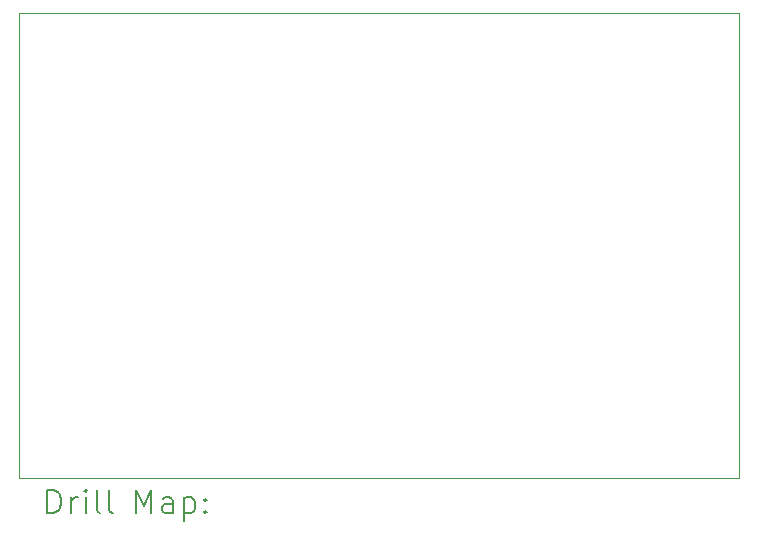
<source format=gbr>
%TF.GenerationSoftware,KiCad,Pcbnew,(7.0.0)*%
%TF.CreationDate,2023-03-31T02:04:25+02:00*%
%TF.ProjectId,HM-PlateauUtilisateur,484d2d50-6c61-4746-9561-755574696c69,rev?*%
%TF.SameCoordinates,Original*%
%TF.FileFunction,Drillmap*%
%TF.FilePolarity,Positive*%
%FSLAX45Y45*%
G04 Gerber Fmt 4.5, Leading zero omitted, Abs format (unit mm)*
G04 Created by KiCad (PCBNEW (7.0.0)) date 2023-03-31 02:04:25*
%MOMM*%
%LPD*%
G01*
G04 APERTURE LIST*
%ADD10C,0.100000*%
%ADD11C,0.200000*%
G04 APERTURE END LIST*
D10*
X11430000Y-6096000D02*
X17526000Y-6096000D01*
X17526000Y-6096000D02*
X17526000Y-10033000D01*
X17526000Y-10033000D02*
X11430000Y-10033000D01*
X11430000Y-10033000D02*
X11430000Y-6096000D01*
D11*
X11672619Y-10331476D02*
X11672619Y-10131476D01*
X11672619Y-10131476D02*
X11720238Y-10131476D01*
X11720238Y-10131476D02*
X11748809Y-10141000D01*
X11748809Y-10141000D02*
X11767857Y-10160048D01*
X11767857Y-10160048D02*
X11777381Y-10179095D01*
X11777381Y-10179095D02*
X11786905Y-10217190D01*
X11786905Y-10217190D02*
X11786905Y-10245762D01*
X11786905Y-10245762D02*
X11777381Y-10283857D01*
X11777381Y-10283857D02*
X11767857Y-10302905D01*
X11767857Y-10302905D02*
X11748809Y-10321952D01*
X11748809Y-10321952D02*
X11720238Y-10331476D01*
X11720238Y-10331476D02*
X11672619Y-10331476D01*
X11872619Y-10331476D02*
X11872619Y-10198143D01*
X11872619Y-10236238D02*
X11882143Y-10217190D01*
X11882143Y-10217190D02*
X11891667Y-10207667D01*
X11891667Y-10207667D02*
X11910714Y-10198143D01*
X11910714Y-10198143D02*
X11929762Y-10198143D01*
X11996428Y-10331476D02*
X11996428Y-10198143D01*
X11996428Y-10131476D02*
X11986905Y-10141000D01*
X11986905Y-10141000D02*
X11996428Y-10150524D01*
X11996428Y-10150524D02*
X12005952Y-10141000D01*
X12005952Y-10141000D02*
X11996428Y-10131476D01*
X11996428Y-10131476D02*
X11996428Y-10150524D01*
X12120238Y-10331476D02*
X12101190Y-10321952D01*
X12101190Y-10321952D02*
X12091667Y-10302905D01*
X12091667Y-10302905D02*
X12091667Y-10131476D01*
X12225000Y-10331476D02*
X12205952Y-10321952D01*
X12205952Y-10321952D02*
X12196428Y-10302905D01*
X12196428Y-10302905D02*
X12196428Y-10131476D01*
X12421190Y-10331476D02*
X12421190Y-10131476D01*
X12421190Y-10131476D02*
X12487857Y-10274333D01*
X12487857Y-10274333D02*
X12554524Y-10131476D01*
X12554524Y-10131476D02*
X12554524Y-10331476D01*
X12735476Y-10331476D02*
X12735476Y-10226714D01*
X12735476Y-10226714D02*
X12725952Y-10207667D01*
X12725952Y-10207667D02*
X12706905Y-10198143D01*
X12706905Y-10198143D02*
X12668809Y-10198143D01*
X12668809Y-10198143D02*
X12649762Y-10207667D01*
X12735476Y-10321952D02*
X12716428Y-10331476D01*
X12716428Y-10331476D02*
X12668809Y-10331476D01*
X12668809Y-10331476D02*
X12649762Y-10321952D01*
X12649762Y-10321952D02*
X12640238Y-10302905D01*
X12640238Y-10302905D02*
X12640238Y-10283857D01*
X12640238Y-10283857D02*
X12649762Y-10264810D01*
X12649762Y-10264810D02*
X12668809Y-10255286D01*
X12668809Y-10255286D02*
X12716428Y-10255286D01*
X12716428Y-10255286D02*
X12735476Y-10245762D01*
X12830714Y-10198143D02*
X12830714Y-10398143D01*
X12830714Y-10207667D02*
X12849762Y-10198143D01*
X12849762Y-10198143D02*
X12887857Y-10198143D01*
X12887857Y-10198143D02*
X12906905Y-10207667D01*
X12906905Y-10207667D02*
X12916428Y-10217190D01*
X12916428Y-10217190D02*
X12925952Y-10236238D01*
X12925952Y-10236238D02*
X12925952Y-10293381D01*
X12925952Y-10293381D02*
X12916428Y-10312429D01*
X12916428Y-10312429D02*
X12906905Y-10321952D01*
X12906905Y-10321952D02*
X12887857Y-10331476D01*
X12887857Y-10331476D02*
X12849762Y-10331476D01*
X12849762Y-10331476D02*
X12830714Y-10321952D01*
X13011667Y-10312429D02*
X13021190Y-10321952D01*
X13021190Y-10321952D02*
X13011667Y-10331476D01*
X13011667Y-10331476D02*
X13002143Y-10321952D01*
X13002143Y-10321952D02*
X13011667Y-10312429D01*
X13011667Y-10312429D02*
X13011667Y-10331476D01*
X13011667Y-10207667D02*
X13021190Y-10217190D01*
X13021190Y-10217190D02*
X13011667Y-10226714D01*
X13011667Y-10226714D02*
X13002143Y-10217190D01*
X13002143Y-10217190D02*
X13011667Y-10207667D01*
X13011667Y-10207667D02*
X13011667Y-10226714D01*
M02*

</source>
